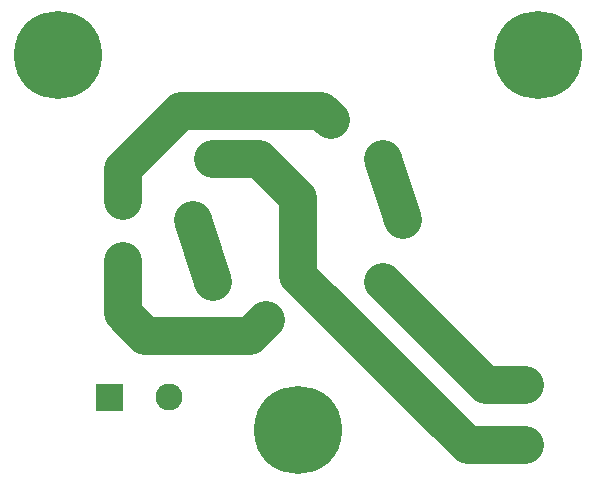
<source format=gbr>
G04 start of page 2 for group 0 idx 0 *
G04 Title: (unknown), top *
G04 Creator: pcb 4.0.2 *
G04 CreationDate: Mon Jan 25 18:16:20 2021 UTC *
G04 For: ndholmes *
G04 Format: Gerber/RS-274X *
G04 PCB-Dimensions (mil): 2000.00 2000.00 *
G04 PCB-Coordinate-Origin: lower left *
%MOIN*%
%FSLAX25Y25*%
%LNTOP*%
%ADD20C,0.0480*%
%ADD19C,0.0550*%
%ADD18C,0.1285*%
%ADD17C,0.0730*%
%ADD16C,0.0800*%
%ADD15C,0.0900*%
%ADD14C,0.0001*%
%ADD13C,0.2937*%
%ADD12C,0.1030*%
%ADD11C,0.1250*%
G54D11*X100000Y107500D02*X86927Y120573D01*
X71684D01*
X41500Y106500D02*Y117000D01*
X61000Y136500D01*
X107603D01*
X175500Y45000D02*X162743D01*
X128316Y79427D01*
X175500Y25000D02*X156500D01*
X100000Y81500D01*
X107603Y136500D02*X110815Y133287D01*
X128316Y120572D02*X135000Y100000D01*
X71684Y79428D02*X65000Y100000D01*
X100000Y107500D02*Y81500D01*
X41500Y86500D02*Y69000D01*
X49000Y61500D01*
X83972D01*
X89185Y66713D01*
G54D12*X110815Y133287D03*
G54D13*X20000Y155000D03*
G54D14*G36*
X37000Y111000D02*Y102000D01*
X46000D01*
Y111000D01*
X37000D01*
G37*
G54D15*X41500Y86500D03*
G54D12*X71684Y120573D03*
X65000Y100000D03*
G54D14*G36*
X32500Y45500D02*Y36500D01*
X41500D01*
Y45500D01*
X32500D01*
G37*
G54D15*X57000Y41000D03*
G54D13*X100000Y30000D03*
G54D12*X89185Y66713D03*
X71684Y79428D03*
G54D14*G36*
X171500Y29000D02*Y21000D01*
X179500D01*
Y29000D01*
X171500D01*
G37*
G54D16*X175500Y45000D03*
G54D13*X180000Y155000D03*
G54D12*X128316Y120572D03*
X135000Y100000D03*
X128316Y79427D03*
G54D17*G54D18*G54D19*G54D17*G54D19*G54D18*G54D17*G54D20*G54D18*G54D17*M02*

</source>
